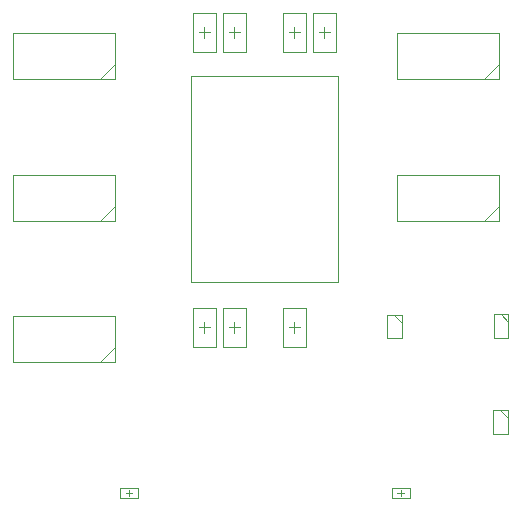
<source format=gbr>
G04*
G04 #@! TF.GenerationSoftware,Altium Limited,Altium Designer,23.8.1 (32)*
G04*
G04 Layer_Color=32768*
%FSLAX44Y44*%
%MOMM*%
G71*
G04*
G04 #@! TF.SameCoordinates,4E8033DB-9698-49A7-8747-1B8CF0FAEC2F*
G04*
G04*
G04 #@! TF.FilePolarity,Positive*
G04*
G01*
G75*
%ADD11C,0.1000*%
%ADD39C,0.0500*%
D11*
X187640Y208140D02*
Y383140D01*
Y208140D02*
X311640D01*
Y383140D01*
X187640D02*
X311640D01*
X353252Y180686D02*
X365752D01*
X353252Y160686D02*
Y180686D01*
Y160686D02*
X365752D01*
Y180686D01*
X359252D02*
X365752Y174186D01*
X362250Y30000D02*
X367750D01*
X365000Y27250D02*
Y32750D01*
X132250Y30000D02*
X137750D01*
X135000Y27250D02*
Y32750D01*
X449750Y181180D02*
X456250Y174680D01*
Y161180D02*
Y181180D01*
X443750Y161180D02*
X456250D01*
X443750D02*
Y181180D01*
X456250D01*
X443360Y100000D02*
X455860D01*
X443360Y80000D02*
Y100000D01*
Y80000D02*
X455860D01*
Y100000D01*
X449360D02*
X455860Y93500D01*
X435550Y260500D02*
X448250Y273200D01*
X361750Y260500D02*
X448250D01*
X361750D02*
Y299500D01*
X448250D01*
Y260500D02*
Y299500D01*
Y380500D02*
Y419500D01*
X361750D02*
X448250D01*
X361750Y380500D02*
Y419500D01*
Y380500D02*
X448250D01*
X435550D02*
X448250Y393200D01*
X110550Y140500D02*
X123250Y153200D01*
X36750Y140500D02*
X123250D01*
X36750D02*
Y179500D01*
X123250D01*
Y140500D02*
Y179500D01*
X110550Y260500D02*
X123250Y273200D01*
X36750Y260500D02*
X123250D01*
X36750D02*
Y299500D01*
X123250D01*
Y260500D02*
Y299500D01*
X110550Y380500D02*
X123250Y393200D01*
X36750Y380500D02*
X123250D01*
X36750D02*
Y419500D01*
X123250D01*
Y380500D02*
Y419500D01*
X275040Y165500D02*
Y174500D01*
X270540Y170000D02*
X279540D01*
X224240Y165500D02*
Y174500D01*
X219740Y170000D02*
X228740D01*
X198840Y165500D02*
Y174500D01*
X194340Y170000D02*
X203340D01*
X300440Y415500D02*
Y424500D01*
X295940Y420000D02*
X304940D01*
X275040Y415500D02*
Y424500D01*
X270540Y420000D02*
X279540D01*
X224240Y415500D02*
Y424500D01*
X219740Y420000D02*
X228740D01*
X198840Y415500D02*
Y424500D01*
X194340Y420000D02*
X203340D01*
D39*
X357500Y26000D02*
Y34000D01*
X372500Y26000D02*
Y34000D01*
X357500Y26000D02*
X372500D01*
X357500Y34000D02*
X372500D01*
X142500Y26000D02*
Y34000D01*
X127500Y26000D02*
Y34000D01*
X142500D01*
X127500Y26000D02*
X142500D01*
X265040Y186500D02*
X285040D01*
X265040Y153500D02*
X285040D01*
X265040D02*
Y186500D01*
X285040Y153500D02*
Y186500D01*
X214240D02*
X234240D01*
X214240Y153500D02*
X234240D01*
X214240D02*
Y186500D01*
X234240Y153500D02*
Y186500D01*
X188840D02*
X208840D01*
X188840Y153500D02*
X208840D01*
X188840D02*
Y186500D01*
X208840Y153500D02*
Y186500D01*
X290440Y403500D02*
X310440D01*
X290440Y436500D02*
X310440D01*
Y403500D02*
Y436500D01*
X290440Y403500D02*
Y436500D01*
X265040Y403500D02*
X285040D01*
X265040Y436500D02*
X285040D01*
Y403500D02*
Y436500D01*
X265040Y403500D02*
Y436500D01*
X214240Y403500D02*
X234240D01*
X214240Y436500D02*
X234240D01*
Y403500D02*
Y436500D01*
X214240Y403500D02*
Y436500D01*
X188840Y436500D02*
X208840D01*
X188840Y403500D02*
X208840D01*
X188840D02*
Y436500D01*
X208840Y403500D02*
Y436500D01*
M02*

</source>
